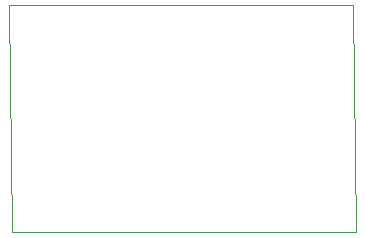
<source format=gm1>
G75*
%MOIN*%
%OFA0B0*%
%FSLAX25Y25*%
%IPPOS*%
%LPD*%
%AMOC8*
5,1,8,0,0,1.08239X$1,22.5*
%
%ADD10C,0.00000*%
D10*
X0066057Y0027828D02*
X0065057Y0103528D01*
X0179978Y0103528D01*
X0180978Y0027828D01*
X0066057Y0027828D01*
M02*

</source>
